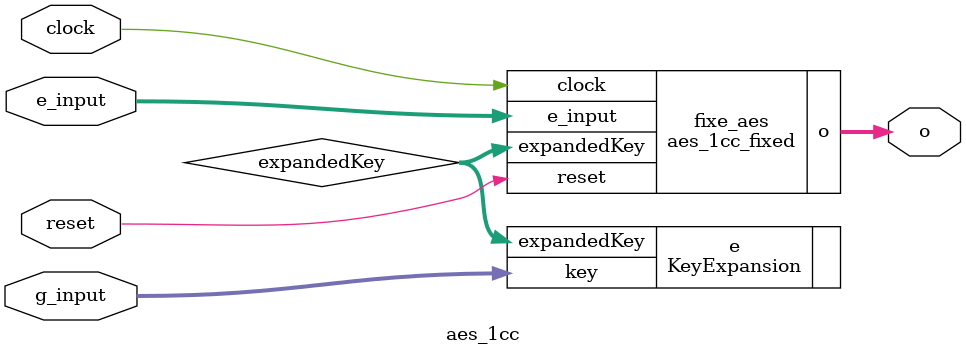
<source format=v>

module aes_1cc_fixed
(
  clock,
  reset,
  expandedKey,
  e_input,
  o
);
  localparam    NR = 10;
  input                 clock;
  input                 reset;
  input    [128*(NR+1)-1:0] expandedKey;
  input   [127:0]       e_input; // message
  output  [127:0]       o;

  wire    [127:0]          msg;
  wire    [127:0]          out;
  wire    [127:0]          expandedKeyi[NR:0];
  wire    [127:0]          x1[NR-1:0];
  wire    [127:0]          x2[NR-1:0];
  wire    [127:0]          x3[NR-1:0];
  wire    [127:0]          x4[NR-2:0];


  assign  msg = e_input;
  assign  o = out;

  genvar i;

  generate 
  for(i=0;i<(NR+1);i=i+1)
  begin:EXPANDKEY
    assign expandedKeyi[i] = expandedKey[128*(i+1)-1:128*i];
  end
  endgenerate

  AddRoundKey a(.x(msg), .y(expandedKeyi[0]), .z(x1[0]));

  generate 
  for(i=0;i<NR;i=i+1)
  begin:SUBBYTES
    SubBytes a(.x(x1[i]), .z(x2[i]));
  end
  endgenerate

  generate 
  for(i=0;i<NR;i=i+1)
  begin:SHIFTROWS
    ShiftRows c(.x(x2[i]), .z(x3[i]));
  end
  endgenerate

  generate 
  for(i=0;i<NR-1;i=i+1)
  begin:MIXCOLUMNS
    MixColumns d(.x(x3[i]), .z(x4[i]));
  end
  endgenerate

  generate 
  for(i=0;i<NR;i=i+1)
  begin:ADDROUNDKEY
    if(i==NR-1) begin:LAST
      AddRoundKey a(.x(x3[i]), .y(expandedKeyi[i+1]), .z(out));
    end else begin:ELSE
      AddRoundKey a(.x(x4[i]), .y(expandedKeyi[i+1]), .z(x1[i+1]));
    end
  end
  endgenerate


endmodule


module aes_1cc
(
  clock,
  reset,
  g_input,
  e_input,
  o
);
  localparam    NR = 10;
  input                 clock;
  input                 reset;
  input   [127:0]       g_input; // key
  input   [127:0]       e_input; // message
  output  [127:0]       o;

  wire    [128*(NR+1)-1:0] expandedKey;

  KeyExpansion e (.key(g_input), .expandedKey(expandedKey));

  aes_1cc_fixed fixe_aes(
    .clock(clock),
    .reset(reset),
    .expandedKey(expandedKey),
    .e_input(e_input),
    .o(o)
  );

endmodule

</source>
